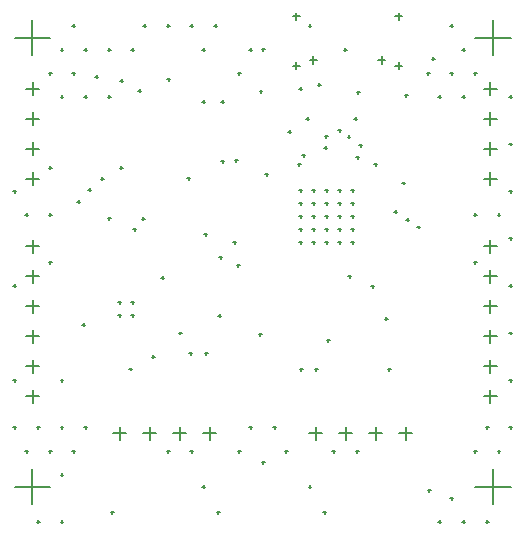
<source format=gbr>
%TF.GenerationSoftware,Altium Limited,Altium Designer,24.5.2 (23)*%
G04 Layer_Color=128*
%FSLAX45Y45*%
%MOMM*%
%TF.SameCoordinates,5BA462C2-C504-45FF-B61C-4F2A3F915A71*%
%TF.FilePolarity,Positive*%
%TF.FileFunction,Drillmap*%
%TF.Part,Single*%
G01*
G75*
%TA.AperFunction,NonConductor*%
%ADD98C,0.12700*%
D98*
X4800000Y11100000D02*
X5100000D01*
X4950000Y10950000D02*
Y11250000D01*
X4800000Y7300000D02*
X5100000D01*
X4950000Y7150000D02*
Y7450000D01*
X8700000Y11100000D02*
X9000000D01*
X8850000Y10950000D02*
Y11250000D01*
X8700000Y7300000D02*
X9000000D01*
X8850000Y7150000D02*
Y7450000D01*
X4898000Y9334500D02*
X5008000D01*
X4953000Y9279500D02*
Y9389500D01*
X4898000Y9080500D02*
X5008000D01*
X4953000Y9025500D02*
Y9135500D01*
X4898000Y8826500D02*
X5008000D01*
X4953000Y8771500D02*
Y8881500D01*
X4898000Y8572500D02*
X5008000D01*
X4953000Y8517500D02*
Y8627500D01*
X4898000Y8064500D02*
X5008000D01*
X4953000Y8009500D02*
Y8119500D01*
X4898000Y8318500D02*
X5008000D01*
X4953000Y8263500D02*
Y8373500D01*
X4898000Y10668000D02*
X5008000D01*
X4953000Y10613000D02*
Y10723000D01*
X4898000Y10414000D02*
X5008000D01*
X4953000Y10359000D02*
Y10469000D01*
X4898000Y9906000D02*
X5008000D01*
X4953000Y9851000D02*
Y9961000D01*
X4898000Y10160000D02*
X5008000D01*
X4953000Y10105000D02*
Y10215000D01*
X8771500Y9334500D02*
X8881500D01*
X8826500Y9279500D02*
Y9389500D01*
X8771500Y9080500D02*
X8881500D01*
X8826500Y9025500D02*
Y9135500D01*
X8771500Y8826500D02*
X8881500D01*
X8826500Y8771500D02*
Y8881500D01*
X8771500Y8572500D02*
X8881500D01*
X8826500Y8517500D02*
Y8627500D01*
X8771500Y8064500D02*
X8881500D01*
X8826500Y8009500D02*
Y8119500D01*
X8771500Y8318500D02*
X8881500D01*
X8826500Y8263500D02*
Y8373500D01*
X8771500Y10668000D02*
X8881500D01*
X8826500Y10613000D02*
Y10723000D01*
X8771500Y10414000D02*
X8881500D01*
X8826500Y10359000D02*
Y10469000D01*
X8771500Y9906000D02*
X8881500D01*
X8826500Y9851000D02*
Y9961000D01*
X8771500Y10160000D02*
X8881500D01*
X8826500Y10105000D02*
Y10215000D01*
X7155500Y10862251D02*
X7215500D01*
X7185500Y10832251D02*
Y10892251D01*
X8019500Y10862251D02*
X8079500D01*
X8049500Y10832251D02*
Y10892251D01*
X7874000Y10912250D02*
X7939000D01*
X7906500Y10879750D02*
Y10944751D01*
X7296000Y10912250D02*
X7361000D01*
X7328500Y10879750D02*
Y10944751D01*
X8019500Y11280250D02*
X8079500D01*
X8049500Y11250251D02*
Y11310250D01*
X7155500Y11280250D02*
X7215500D01*
X7185500Y11250251D02*
Y11310250D01*
X7549000Y7750000D02*
X7659000D01*
X7604000Y7695000D02*
Y7805000D01*
X7295000Y7750000D02*
X7405000D01*
X7350000Y7695000D02*
Y7805000D01*
X7803000Y7750000D02*
X7913000D01*
X7858000Y7695000D02*
Y7805000D01*
X8057000Y7750000D02*
X8167000D01*
X8112000Y7695000D02*
Y7805000D01*
X6395000Y7750000D02*
X6505000D01*
X6450000Y7695000D02*
Y7805000D01*
X6141000Y7750000D02*
X6251000D01*
X6196000Y7695000D02*
Y7805000D01*
X5633000Y7750000D02*
X5743000D01*
X5688000Y7695000D02*
Y7805000D01*
X5887000Y7750000D02*
X5997000D01*
X5942000Y7695000D02*
Y7805000D01*
X8987505Y10600006D02*
X9012505D01*
X9000005Y10587506D02*
Y10612506D01*
X8987505Y10200006D02*
X9012505D01*
X9000005Y10187506D02*
Y10212505D01*
X8987505Y9800005D02*
X9012505D01*
X9000005Y9787505D02*
Y9812505D01*
X8987505Y9400005D02*
X9012505D01*
X9000005Y9387505D02*
Y9412505D01*
X8987505Y9000005D02*
X9012505D01*
X9000005Y8987505D02*
Y9012505D01*
X8987505Y8600005D02*
X9012505D01*
X9000005Y8587505D02*
Y8612504D01*
X8987505Y8200004D02*
X9012505D01*
X9000005Y8187505D02*
Y8212504D01*
X8987505Y7800004D02*
X9012505D01*
X9000005Y7787504D02*
Y7812504D01*
X8887505Y9600005D02*
X8912505D01*
X8900005Y9587505D02*
Y9612505D01*
X8787505Y7800004D02*
X8812505D01*
X8800005Y7787504D02*
Y7812504D01*
X8887505Y7600004D02*
X8912505D01*
X8900005Y7587504D02*
Y7612504D01*
X8787505Y7000004D02*
X8812505D01*
X8800005Y6987504D02*
Y7012504D01*
X8587505Y11000006D02*
X8612504D01*
X8600005Y10987506D02*
Y11012506D01*
X8687505Y10800006D02*
X8712505D01*
X8700005Y10787506D02*
Y10812506D01*
X8587505Y10600006D02*
X8612504D01*
X8600005Y10587506D02*
Y10612506D01*
X8687505Y9600005D02*
X8712505D01*
X8700005Y9587505D02*
Y9612505D01*
X8687505Y9200005D02*
X8712505D01*
X8700005Y9187505D02*
Y9212505D01*
X8687505Y7600004D02*
X8712505D01*
X8700005Y7587504D02*
Y7612504D01*
X8587505Y7000004D02*
X8612504D01*
X8600005Y6987504D02*
Y7012504D01*
X8487505Y11200006D02*
X8512504D01*
X8500005Y11187506D02*
Y11212506D01*
X8487505Y10800006D02*
X8512504D01*
X8500005Y10787506D02*
Y10812506D01*
X8387505Y10600006D02*
X8412504D01*
X8400005Y10587506D02*
Y10612506D01*
X8487505Y7200004D02*
X8512504D01*
X8500005Y7187504D02*
Y7212504D01*
X8387505Y7000004D02*
X8412504D01*
X8400005Y6987504D02*
Y7012504D01*
X8287505Y10800006D02*
X8312504D01*
X8300004Y10787506D02*
Y10812506D01*
X7587504Y11000006D02*
X7612504D01*
X7600004Y10987506D02*
Y11012506D01*
X7687504Y7600004D02*
X7712504D01*
X7700004Y7587504D02*
Y7612504D01*
X7487504Y7600004D02*
X7512504D01*
X7500004Y7587504D02*
Y7612504D01*
X7287504Y11200006D02*
X7312504D01*
X7300004Y11187506D02*
Y11212506D01*
X6987504Y7800004D02*
X7012504D01*
X7000004Y7787504D02*
Y7812504D01*
X7087504Y7600004D02*
X7112504D01*
X7100004Y7587504D02*
Y7612504D01*
X6787504Y11000006D02*
X6812504D01*
X6800004Y10987506D02*
Y11012506D01*
X6787504Y7800004D02*
X6812504D01*
X6800004Y7787504D02*
Y7812504D01*
X6687504Y10800006D02*
X6712503D01*
X6700004Y10787506D02*
Y10812506D01*
X6687504Y7600004D02*
X6712503D01*
X6700004Y7587504D02*
Y7612504D01*
X6487504Y11200006D02*
X6512503D01*
X6500004Y11187506D02*
Y11212506D01*
X6387504Y11000006D02*
X6412503D01*
X6400003Y10987506D02*
Y11012506D01*
X6287504Y11200006D02*
X6312503D01*
X6300003Y11187506D02*
Y11212506D01*
X6187503Y8600005D02*
X6212503D01*
X6200003Y8587505D02*
Y8612504D01*
X6287504Y7600004D02*
X6312503D01*
X6300003Y7587504D02*
Y7612504D01*
X6087503Y11200006D02*
X6112503D01*
X6100003Y11187506D02*
Y11212506D01*
X6087503Y7600004D02*
X6112503D01*
X6100003Y7587504D02*
Y7612504D01*
X5887503Y11200006D02*
X5912503D01*
X5900003Y11187506D02*
Y11212506D01*
X5787503Y11000006D02*
X5812503D01*
X5800003Y10987506D02*
Y11012506D01*
X5587503Y11000006D02*
X5612503D01*
X5600003Y10987506D02*
Y11012506D01*
X5587503Y10600006D02*
X5612503D01*
X5600003Y10587506D02*
Y10612506D01*
X5687503Y10000005D02*
X5712503D01*
X5700003Y9987506D02*
Y10012505D01*
X5387503Y11000006D02*
X5412503D01*
X5400003Y10987506D02*
Y11012506D01*
X5387503Y10600006D02*
X5412503D01*
X5400003Y10587506D02*
Y10612506D01*
X5387503Y7800004D02*
X5412503D01*
X5400003Y7787504D02*
Y7812504D01*
X5287503Y11200006D02*
X5312503D01*
X5300003Y11187506D02*
Y11212506D01*
X5187503Y11000006D02*
X5212503D01*
X5200003Y10987506D02*
Y11012506D01*
X5287503Y10800006D02*
X5312503D01*
X5300003Y10787506D02*
Y10812506D01*
X5187503Y10600006D02*
X5212503D01*
X5200003Y10587506D02*
Y10612506D01*
X5187503Y8200004D02*
X5212503D01*
X5200003Y8187505D02*
Y8212504D01*
X5187503Y7800004D02*
X5212503D01*
X5200003Y7787504D02*
Y7812504D01*
X5287503Y7600004D02*
X5312503D01*
X5300003Y7587504D02*
Y7612504D01*
X5187503Y7400004D02*
X5212503D01*
X5200003Y7387504D02*
Y7412504D01*
X5187503Y7000004D02*
X5212503D01*
X5200003Y6987504D02*
Y7012504D01*
X5087503Y10800006D02*
X5112503D01*
X5100003Y10787506D02*
Y10812506D01*
X5087503Y10000005D02*
X5112503D01*
X5100003Y9987506D02*
Y10012505D01*
X5087503Y9600005D02*
X5112503D01*
X5100003Y9587505D02*
Y9612505D01*
X5087503Y9200005D02*
X5112503D01*
X5100003Y9187505D02*
Y9212505D01*
X4987503Y7800004D02*
X5012503D01*
X5000003Y7787504D02*
Y7812504D01*
X5087503Y7600004D02*
X5112503D01*
X5100003Y7587504D02*
Y7612504D01*
X4987503Y7000004D02*
X5012503D01*
X5000003Y6987504D02*
Y7012504D01*
X4787503Y9800005D02*
X4812502D01*
X4800003Y9787505D02*
Y9812505D01*
X4887503Y9600005D02*
X4912502D01*
X4900003Y9587505D02*
Y9612505D01*
X4787503Y9000005D02*
X4812502D01*
X4800003Y8987505D02*
Y9012505D01*
X4787503Y8200004D02*
X4812502D01*
X4800003Y8187505D02*
Y8212504D01*
X4787503Y7800004D02*
X4812502D01*
X4800003Y7787504D02*
Y7812504D01*
X4887503Y7600004D02*
X4912502D01*
X4900003Y7587504D02*
Y7612504D01*
X7625000Y9081284D02*
X7650000D01*
X7637500Y9068784D02*
Y9093784D01*
X5612500Y7082500D02*
X5637500D01*
X5625000Y7070000D02*
Y7095000D01*
X7412500Y7082500D02*
X7437500D01*
X7425000Y7070000D02*
Y7095000D01*
X6512500Y7082500D02*
X6537500D01*
X6525000Y7070000D02*
Y7095000D01*
X7935000Y8720000D02*
X7960000D01*
X7947500Y8707500D02*
Y8732500D01*
X7442459Y8536553D02*
X7467459D01*
X7454959Y8524054D02*
Y8549053D01*
X6864210Y8588291D02*
X6889209D01*
X6876710Y8575791D02*
Y8600791D01*
X8082500Y9870000D02*
X8107500D01*
X8095000Y9857500D02*
Y9882500D01*
X8332500Y10922500D02*
X8357500D01*
X8345000Y10910000D02*
Y10935000D01*
X8101250Y10613750D02*
X8126250D01*
X8113750Y10601250D02*
Y10626250D01*
X7210000Y10670000D02*
X7235000D01*
X7222500Y10657500D02*
Y10682500D01*
X6892500Y11002500D02*
X6917500D01*
X6905000Y10990000D02*
Y11015000D01*
X5847500Y10652500D02*
X5872500D01*
X5860000Y10640000D02*
Y10665000D01*
X5480000Y10770000D02*
X5505000D01*
X5492500Y10757500D02*
Y10782500D01*
X8297500Y7267500D02*
X8322500D01*
X8310000Y7255000D02*
Y7280000D01*
X7287500Y7300000D02*
X7312500D01*
X7300000Y7287500D02*
Y7312500D01*
X6387500Y7300000D02*
X6412500D01*
X6400000Y7287500D02*
Y7312500D01*
X6892500Y7507500D02*
X6917500D01*
X6905000Y7495000D02*
Y7520000D01*
X5960000Y8397500D02*
X5985000D01*
X5972500Y8385000D02*
Y8410000D01*
X5675000Y8860000D02*
X5700000D01*
X5687500Y8847500D02*
Y8872500D01*
X5785000Y8860000D02*
X5810000D01*
X5797500Y8847500D02*
Y8872500D01*
X5785000Y8750000D02*
X5810000D01*
X5797500Y8737500D02*
Y8762500D01*
X5675000Y8750000D02*
X5700000D01*
X5687500Y8737500D02*
Y8762500D01*
X5422500Y9812500D02*
X5447500D01*
X5435000Y9800000D02*
Y9825000D01*
X5330000Y9710000D02*
X5355000D01*
X5342500Y9697500D02*
Y9722500D01*
X5527500Y9905000D02*
X5552500D01*
X5540000Y9892500D02*
Y9917500D01*
X5805000Y9477500D02*
X5830000D01*
X5817500Y9465000D02*
Y9490000D01*
X5587500Y9570000D02*
X5612500D01*
X5600000Y9557500D02*
Y9582500D01*
X5875000Y9567500D02*
X5900000D01*
X5887500Y9555000D02*
Y9580000D01*
X6405000Y9437500D02*
X6430000D01*
X6417500Y9425000D02*
Y9450000D01*
X6665000Y10062500D02*
X6690000D01*
X6677500Y10050000D02*
Y10075000D01*
X6922500Y9942500D02*
X6947500D01*
X6935000Y9930000D02*
Y9955000D01*
X6260000Y9910000D02*
X6285000D01*
X6272500Y9897500D02*
Y9922500D01*
X6550000Y10055000D02*
X6575000D01*
X6562500Y10042500D02*
Y10067500D01*
X5770001Y8295000D02*
X5795000D01*
X5782500Y8282500D02*
Y8307500D01*
X5372500Y8670000D02*
X5397500D01*
X5385000Y8657500D02*
Y8682500D01*
X6040000Y9067500D02*
X6065000D01*
X6052500Y9055000D02*
Y9080000D01*
X6407500Y8430000D02*
X6432500D01*
X6420000Y8417500D02*
Y8442500D01*
X6277500Y8430000D02*
X6302500D01*
X6290000Y8417500D02*
Y8442500D01*
X6525000Y8745000D02*
X6550000D01*
X6537500Y8732500D02*
Y8757500D01*
X6530000Y9242500D02*
X6555000D01*
X6542500Y9230000D02*
Y9255000D01*
X7212500Y8292500D02*
X7237500D01*
X7225000Y8280000D02*
Y8305000D01*
X7340000Y8292500D02*
X7365000D01*
X7352500Y8280000D02*
Y8305000D01*
X7957500Y8292500D02*
X7982500D01*
X7970000Y8280000D02*
Y8305000D01*
X5695000Y10737500D02*
X5720000D01*
X5707500Y10725000D02*
Y10750000D01*
X6386339Y10557500D02*
X6411339D01*
X6398839Y10545000D02*
Y10570000D01*
X7235000Y10105000D02*
X7260000D01*
X7247500Y10092500D02*
Y10117500D01*
X6650000Y9370000D02*
X6675000D01*
X6662500Y9357500D02*
Y9382500D01*
X6547500Y10557500D02*
X6572500D01*
X6560000Y10545000D02*
Y10570000D01*
X7115000Y10305000D02*
X7140000D01*
X7127500Y10292500D02*
Y10317500D01*
X6092500Y10747500D02*
X6117500D01*
X6105000Y10735000D02*
Y10760000D01*
X8207500Y9497500D02*
X8232500D01*
X8220000Y9485000D02*
Y9510000D01*
X8015000Y9625000D02*
X8040000D01*
X8027500Y9612500D02*
Y9637500D01*
X7820000Y8995000D02*
X7845000D01*
X7832500Y8982500D02*
Y9007500D01*
X8115000Y9560000D02*
X8140000D01*
X8127500Y9547500D02*
Y9572500D01*
X7690000Y10087500D02*
X7715000D01*
X7702500Y10075000D02*
Y10100000D01*
X7715000Y10187500D02*
X7740000D01*
X7727500Y10175000D02*
Y10200000D01*
X7617500Y10260000D02*
X7642500D01*
X7630000Y10247500D02*
Y10272500D01*
X7540000Y10315000D02*
X7565000D01*
X7552500Y10302500D02*
Y10327500D01*
X7420000Y10170000D02*
X7445000D01*
X7432500Y10157500D02*
Y10182500D01*
X7425000Y10265000D02*
X7450000D01*
X7437500Y10252500D02*
Y10277500D01*
X7270000Y10412500D02*
X7295000D01*
X7282500Y10400000D02*
Y10425000D01*
X7197500Y10027500D02*
X7222500D01*
X7210000Y10015000D02*
Y10040000D01*
X7675000Y10412500D02*
X7700000D01*
X7687500Y10400000D02*
Y10425000D01*
X7845000Y10030000D02*
X7870000D01*
X7857500Y10017500D02*
Y10042500D01*
X6680000Y9172500D02*
X6705000D01*
X6692500Y9160000D02*
Y9185000D01*
X6872500Y10645000D02*
X6897500D01*
X6885000Y10632500D02*
Y10657500D01*
X7697500Y10640000D02*
X7722500D01*
X7710000Y10627500D02*
Y10652500D01*
X7365000Y10700000D02*
X7390000D01*
X7377500Y10687500D02*
Y10712500D01*
X7210000Y9367500D02*
X7235000D01*
X7222500Y9355000D02*
Y9380000D01*
X7210000Y9477500D02*
X7235000D01*
X7222500Y9465000D02*
Y9490000D01*
X7210000Y9587500D02*
X7235000D01*
X7222500Y9575000D02*
Y9600000D01*
X7210000Y9697500D02*
X7235000D01*
X7222500Y9685000D02*
Y9710000D01*
X7210000Y9807500D02*
X7235000D01*
X7222500Y9795000D02*
Y9820000D01*
X7320000Y9367500D02*
X7345000D01*
X7332500Y9355000D02*
Y9380000D01*
X7320000Y9477500D02*
X7345000D01*
X7332500Y9465000D02*
Y9490000D01*
X7320000Y9587500D02*
X7345000D01*
X7332500Y9575000D02*
Y9600000D01*
X7320000Y9697500D02*
X7345000D01*
X7332500Y9685000D02*
Y9710000D01*
X7320000Y9807500D02*
X7345000D01*
X7332500Y9795000D02*
Y9820000D01*
X7430000Y9367500D02*
X7455000D01*
X7442500Y9355000D02*
Y9380000D01*
X7430000Y9477500D02*
X7455000D01*
X7442500Y9465000D02*
Y9490000D01*
X7430000Y9587500D02*
X7455000D01*
X7442500Y9575000D02*
Y9600000D01*
X7430000Y9697500D02*
X7455000D01*
X7442500Y9685000D02*
Y9710000D01*
X7430000Y9807500D02*
X7455000D01*
X7442500Y9795000D02*
Y9820000D01*
X7540000Y9367500D02*
X7565000D01*
X7552500Y9355000D02*
Y9380000D01*
X7540000Y9477500D02*
X7565000D01*
X7552500Y9465000D02*
Y9490000D01*
X7540000Y9587500D02*
X7565000D01*
X7552500Y9575000D02*
Y9600000D01*
X7540000Y9697500D02*
X7565000D01*
X7552500Y9685000D02*
Y9710000D01*
X7540000Y9807500D02*
X7565000D01*
X7552500Y9795000D02*
Y9820000D01*
X7650000Y9367500D02*
X7675000D01*
X7662500Y9355000D02*
Y9380000D01*
X7650000Y9477500D02*
X7675000D01*
X7662500Y9465000D02*
Y9490000D01*
X7650000Y9587500D02*
X7675000D01*
X7662500Y9575000D02*
Y9600000D01*
X7650000Y9697500D02*
X7675000D01*
X7662500Y9685000D02*
Y9710000D01*
X7650000Y9807500D02*
X7675000D01*
X7662500Y9795000D02*
Y9820000D01*
%TF.MD5,230296587e5575f091e1a4b8696f6679*%
M02*

</source>
